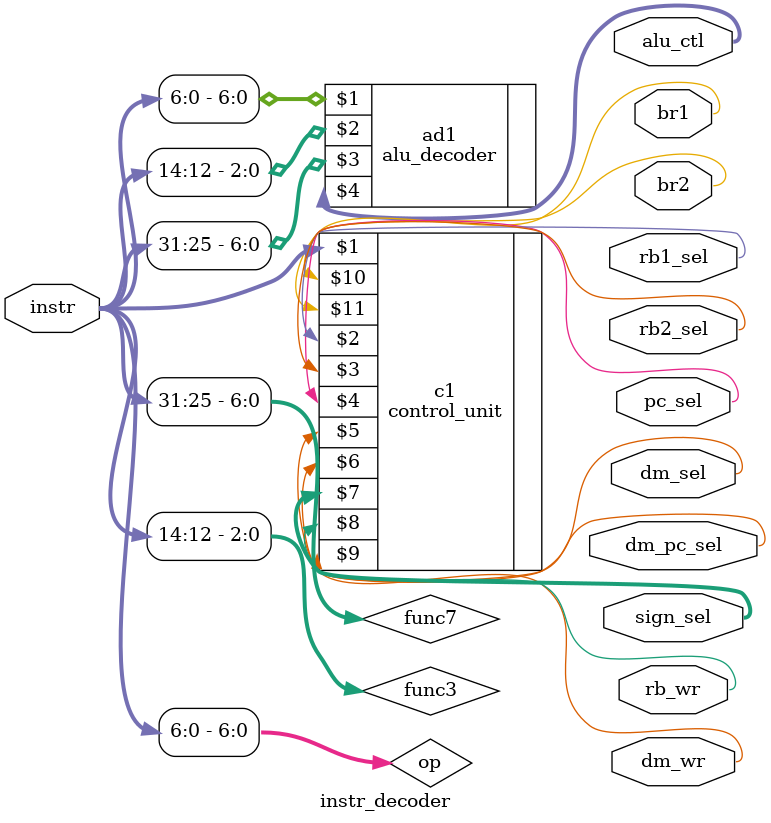
<source format=v>
`timescale 1ns / 1ps


module instr_decoder(
    input [31:0] instr,
    output rb1_sel,
    output rb2_sel,
    output pc_sel,
    output dm_sel,
    output dm_pc_sel,
    output [2:0]sign_sel,
    output rb_wr,
    output dm_wr,
    output br1,
    output br2,
    output[3:0] alu_ctl
    );
    wire[6:0]op;
    wire[2:0]func3;
    wire[6:0]func7;
    assign op=instr[6:0];
    assign func3=instr[14:12];
    assign func7=instr[31:25];
  control_unit c1(instr,rb1_sel, rb2_sel,pc_sel,dm_sel,dm_pc_sel,sign_sel,rb_wr,dm_wr,br1,br2);
    
  alu_decoder ad1(op,func3,func7,alu_ctl);
  
  
endmodule

</source>
